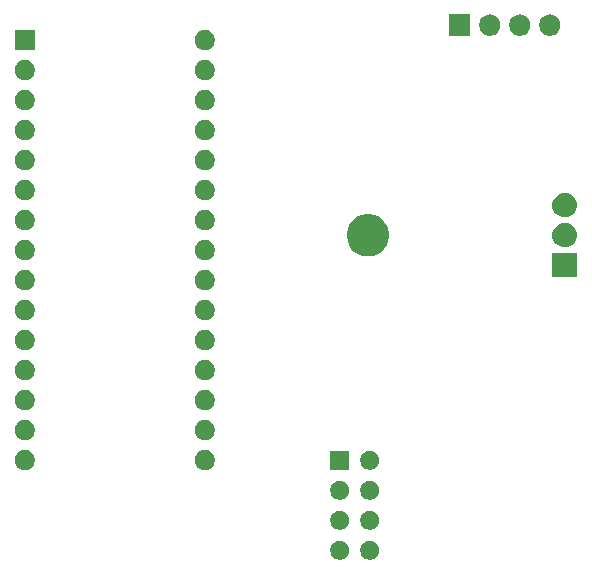
<source format=gbr>
G04 #@! TF.GenerationSoftware,KiCad,Pcbnew,(5.1.5)-3*
G04 #@! TF.CreationDate,2020-02-10T18:15:39+01:00*
G04 #@! TF.ProjectId,WeatherStation,57656174-6865-4725-9374-6174696f6e2e,rev?*
G04 #@! TF.SameCoordinates,Original*
G04 #@! TF.FileFunction,Soldermask,Top*
G04 #@! TF.FilePolarity,Negative*
%FSLAX46Y46*%
G04 Gerber Fmt 4.6, Leading zero omitted, Abs format (unit mm)*
G04 Created by KiCad (PCBNEW (5.1.5)-3) date 2020-02-10 18:15:39*
%MOMM*%
%LPD*%
G04 APERTURE LIST*
%ADD10C,0.100000*%
G04 APERTURE END LIST*
D10*
G36*
X179307142Y-109708242D02*
G01*
X179455101Y-109769529D01*
X179588255Y-109858499D01*
X179701501Y-109971745D01*
X179790471Y-110104899D01*
X179851758Y-110252858D01*
X179883000Y-110409925D01*
X179883000Y-110570075D01*
X179851758Y-110727142D01*
X179790471Y-110875101D01*
X179701501Y-111008255D01*
X179588255Y-111121501D01*
X179455101Y-111210471D01*
X179307142Y-111271758D01*
X179150075Y-111303000D01*
X178989925Y-111303000D01*
X178832858Y-111271758D01*
X178684899Y-111210471D01*
X178551745Y-111121501D01*
X178438499Y-111008255D01*
X178349529Y-110875101D01*
X178288242Y-110727142D01*
X178257000Y-110570075D01*
X178257000Y-110409925D01*
X178288242Y-110252858D01*
X178349529Y-110104899D01*
X178438499Y-109971745D01*
X178551745Y-109858499D01*
X178684899Y-109769529D01*
X178832858Y-109708242D01*
X178989925Y-109677000D01*
X179150075Y-109677000D01*
X179307142Y-109708242D01*
G37*
G36*
X176767142Y-109708242D02*
G01*
X176915101Y-109769529D01*
X177048255Y-109858499D01*
X177161501Y-109971745D01*
X177250471Y-110104899D01*
X177311758Y-110252858D01*
X177343000Y-110409925D01*
X177343000Y-110570075D01*
X177311758Y-110727142D01*
X177250471Y-110875101D01*
X177161501Y-111008255D01*
X177048255Y-111121501D01*
X176915101Y-111210471D01*
X176767142Y-111271758D01*
X176610075Y-111303000D01*
X176449925Y-111303000D01*
X176292858Y-111271758D01*
X176144899Y-111210471D01*
X176011745Y-111121501D01*
X175898499Y-111008255D01*
X175809529Y-110875101D01*
X175748242Y-110727142D01*
X175717000Y-110570075D01*
X175717000Y-110409925D01*
X175748242Y-110252858D01*
X175809529Y-110104899D01*
X175898499Y-109971745D01*
X176011745Y-109858499D01*
X176144899Y-109769529D01*
X176292858Y-109708242D01*
X176449925Y-109677000D01*
X176610075Y-109677000D01*
X176767142Y-109708242D01*
G37*
G36*
X176767142Y-107168242D02*
G01*
X176915101Y-107229529D01*
X177048255Y-107318499D01*
X177161501Y-107431745D01*
X177250471Y-107564899D01*
X177311758Y-107712858D01*
X177343000Y-107869925D01*
X177343000Y-108030075D01*
X177311758Y-108187142D01*
X177250471Y-108335101D01*
X177161501Y-108468255D01*
X177048255Y-108581501D01*
X176915101Y-108670471D01*
X176767142Y-108731758D01*
X176610075Y-108763000D01*
X176449925Y-108763000D01*
X176292858Y-108731758D01*
X176144899Y-108670471D01*
X176011745Y-108581501D01*
X175898499Y-108468255D01*
X175809529Y-108335101D01*
X175748242Y-108187142D01*
X175717000Y-108030075D01*
X175717000Y-107869925D01*
X175748242Y-107712858D01*
X175809529Y-107564899D01*
X175898499Y-107431745D01*
X176011745Y-107318499D01*
X176144899Y-107229529D01*
X176292858Y-107168242D01*
X176449925Y-107137000D01*
X176610075Y-107137000D01*
X176767142Y-107168242D01*
G37*
G36*
X179307142Y-107168242D02*
G01*
X179455101Y-107229529D01*
X179588255Y-107318499D01*
X179701501Y-107431745D01*
X179790471Y-107564899D01*
X179851758Y-107712858D01*
X179883000Y-107869925D01*
X179883000Y-108030075D01*
X179851758Y-108187142D01*
X179790471Y-108335101D01*
X179701501Y-108468255D01*
X179588255Y-108581501D01*
X179455101Y-108670471D01*
X179307142Y-108731758D01*
X179150075Y-108763000D01*
X178989925Y-108763000D01*
X178832858Y-108731758D01*
X178684899Y-108670471D01*
X178551745Y-108581501D01*
X178438499Y-108468255D01*
X178349529Y-108335101D01*
X178288242Y-108187142D01*
X178257000Y-108030075D01*
X178257000Y-107869925D01*
X178288242Y-107712858D01*
X178349529Y-107564899D01*
X178438499Y-107431745D01*
X178551745Y-107318499D01*
X178684899Y-107229529D01*
X178832858Y-107168242D01*
X178989925Y-107137000D01*
X179150075Y-107137000D01*
X179307142Y-107168242D01*
G37*
G36*
X179307142Y-104628242D02*
G01*
X179455101Y-104689529D01*
X179588255Y-104778499D01*
X179701501Y-104891745D01*
X179790471Y-105024899D01*
X179851758Y-105172858D01*
X179883000Y-105329925D01*
X179883000Y-105490075D01*
X179851758Y-105647142D01*
X179790471Y-105795101D01*
X179701501Y-105928255D01*
X179588255Y-106041501D01*
X179455101Y-106130471D01*
X179307142Y-106191758D01*
X179150075Y-106223000D01*
X178989925Y-106223000D01*
X178832858Y-106191758D01*
X178684899Y-106130471D01*
X178551745Y-106041501D01*
X178438499Y-105928255D01*
X178349529Y-105795101D01*
X178288242Y-105647142D01*
X178257000Y-105490075D01*
X178257000Y-105329925D01*
X178288242Y-105172858D01*
X178349529Y-105024899D01*
X178438499Y-104891745D01*
X178551745Y-104778499D01*
X178684899Y-104689529D01*
X178832858Y-104628242D01*
X178989925Y-104597000D01*
X179150075Y-104597000D01*
X179307142Y-104628242D01*
G37*
G36*
X176767142Y-104628242D02*
G01*
X176915101Y-104689529D01*
X177048255Y-104778499D01*
X177161501Y-104891745D01*
X177250471Y-105024899D01*
X177311758Y-105172858D01*
X177343000Y-105329925D01*
X177343000Y-105490075D01*
X177311758Y-105647142D01*
X177250471Y-105795101D01*
X177161501Y-105928255D01*
X177048255Y-106041501D01*
X176915101Y-106130471D01*
X176767142Y-106191758D01*
X176610075Y-106223000D01*
X176449925Y-106223000D01*
X176292858Y-106191758D01*
X176144899Y-106130471D01*
X176011745Y-106041501D01*
X175898499Y-105928255D01*
X175809529Y-105795101D01*
X175748242Y-105647142D01*
X175717000Y-105490075D01*
X175717000Y-105329925D01*
X175748242Y-105172858D01*
X175809529Y-105024899D01*
X175898499Y-104891745D01*
X176011745Y-104778499D01*
X176144899Y-104689529D01*
X176292858Y-104628242D01*
X176449925Y-104597000D01*
X176610075Y-104597000D01*
X176767142Y-104628242D01*
G37*
G36*
X165348228Y-102051703D02*
G01*
X165503100Y-102115853D01*
X165642481Y-102208985D01*
X165761015Y-102327519D01*
X165854147Y-102466900D01*
X165918297Y-102621772D01*
X165951000Y-102786184D01*
X165951000Y-102953816D01*
X165918297Y-103118228D01*
X165854147Y-103273100D01*
X165761015Y-103412481D01*
X165642481Y-103531015D01*
X165503100Y-103624147D01*
X165348228Y-103688297D01*
X165183816Y-103721000D01*
X165016184Y-103721000D01*
X164851772Y-103688297D01*
X164696900Y-103624147D01*
X164557519Y-103531015D01*
X164438985Y-103412481D01*
X164345853Y-103273100D01*
X164281703Y-103118228D01*
X164249000Y-102953816D01*
X164249000Y-102786184D01*
X164281703Y-102621772D01*
X164345853Y-102466900D01*
X164438985Y-102327519D01*
X164557519Y-102208985D01*
X164696900Y-102115853D01*
X164851772Y-102051703D01*
X165016184Y-102019000D01*
X165183816Y-102019000D01*
X165348228Y-102051703D01*
G37*
G36*
X150108228Y-102051703D02*
G01*
X150263100Y-102115853D01*
X150402481Y-102208985D01*
X150521015Y-102327519D01*
X150614147Y-102466900D01*
X150678297Y-102621772D01*
X150711000Y-102786184D01*
X150711000Y-102953816D01*
X150678297Y-103118228D01*
X150614147Y-103273100D01*
X150521015Y-103412481D01*
X150402481Y-103531015D01*
X150263100Y-103624147D01*
X150108228Y-103688297D01*
X149943816Y-103721000D01*
X149776184Y-103721000D01*
X149611772Y-103688297D01*
X149456900Y-103624147D01*
X149317519Y-103531015D01*
X149198985Y-103412481D01*
X149105853Y-103273100D01*
X149041703Y-103118228D01*
X149009000Y-102953816D01*
X149009000Y-102786184D01*
X149041703Y-102621772D01*
X149105853Y-102466900D01*
X149198985Y-102327519D01*
X149317519Y-102208985D01*
X149456900Y-102115853D01*
X149611772Y-102051703D01*
X149776184Y-102019000D01*
X149943816Y-102019000D01*
X150108228Y-102051703D01*
G37*
G36*
X177343000Y-103683000D02*
G01*
X175717000Y-103683000D01*
X175717000Y-102057000D01*
X177343000Y-102057000D01*
X177343000Y-103683000D01*
G37*
G36*
X179307142Y-102088242D02*
G01*
X179455101Y-102149529D01*
X179588255Y-102238499D01*
X179701501Y-102351745D01*
X179790471Y-102484899D01*
X179851758Y-102632858D01*
X179883000Y-102789925D01*
X179883000Y-102950075D01*
X179851758Y-103107142D01*
X179790471Y-103255101D01*
X179701501Y-103388255D01*
X179588255Y-103501501D01*
X179455101Y-103590471D01*
X179307142Y-103651758D01*
X179150075Y-103683000D01*
X178989925Y-103683000D01*
X178832858Y-103651758D01*
X178684899Y-103590471D01*
X178551745Y-103501501D01*
X178438499Y-103388255D01*
X178349529Y-103255101D01*
X178288242Y-103107142D01*
X178257000Y-102950075D01*
X178257000Y-102789925D01*
X178288242Y-102632858D01*
X178349529Y-102484899D01*
X178438499Y-102351745D01*
X178551745Y-102238499D01*
X178684899Y-102149529D01*
X178832858Y-102088242D01*
X178989925Y-102057000D01*
X179150075Y-102057000D01*
X179307142Y-102088242D01*
G37*
G36*
X150108228Y-99511703D02*
G01*
X150263100Y-99575853D01*
X150402481Y-99668985D01*
X150521015Y-99787519D01*
X150614147Y-99926900D01*
X150678297Y-100081772D01*
X150711000Y-100246184D01*
X150711000Y-100413816D01*
X150678297Y-100578228D01*
X150614147Y-100733100D01*
X150521015Y-100872481D01*
X150402481Y-100991015D01*
X150263100Y-101084147D01*
X150108228Y-101148297D01*
X149943816Y-101181000D01*
X149776184Y-101181000D01*
X149611772Y-101148297D01*
X149456900Y-101084147D01*
X149317519Y-100991015D01*
X149198985Y-100872481D01*
X149105853Y-100733100D01*
X149041703Y-100578228D01*
X149009000Y-100413816D01*
X149009000Y-100246184D01*
X149041703Y-100081772D01*
X149105853Y-99926900D01*
X149198985Y-99787519D01*
X149317519Y-99668985D01*
X149456900Y-99575853D01*
X149611772Y-99511703D01*
X149776184Y-99479000D01*
X149943816Y-99479000D01*
X150108228Y-99511703D01*
G37*
G36*
X165348228Y-99511703D02*
G01*
X165503100Y-99575853D01*
X165642481Y-99668985D01*
X165761015Y-99787519D01*
X165854147Y-99926900D01*
X165918297Y-100081772D01*
X165951000Y-100246184D01*
X165951000Y-100413816D01*
X165918297Y-100578228D01*
X165854147Y-100733100D01*
X165761015Y-100872481D01*
X165642481Y-100991015D01*
X165503100Y-101084147D01*
X165348228Y-101148297D01*
X165183816Y-101181000D01*
X165016184Y-101181000D01*
X164851772Y-101148297D01*
X164696900Y-101084147D01*
X164557519Y-100991015D01*
X164438985Y-100872481D01*
X164345853Y-100733100D01*
X164281703Y-100578228D01*
X164249000Y-100413816D01*
X164249000Y-100246184D01*
X164281703Y-100081772D01*
X164345853Y-99926900D01*
X164438985Y-99787519D01*
X164557519Y-99668985D01*
X164696900Y-99575853D01*
X164851772Y-99511703D01*
X165016184Y-99479000D01*
X165183816Y-99479000D01*
X165348228Y-99511703D01*
G37*
G36*
X150108228Y-96971703D02*
G01*
X150263100Y-97035853D01*
X150402481Y-97128985D01*
X150521015Y-97247519D01*
X150614147Y-97386900D01*
X150678297Y-97541772D01*
X150711000Y-97706184D01*
X150711000Y-97873816D01*
X150678297Y-98038228D01*
X150614147Y-98193100D01*
X150521015Y-98332481D01*
X150402481Y-98451015D01*
X150263100Y-98544147D01*
X150108228Y-98608297D01*
X149943816Y-98641000D01*
X149776184Y-98641000D01*
X149611772Y-98608297D01*
X149456900Y-98544147D01*
X149317519Y-98451015D01*
X149198985Y-98332481D01*
X149105853Y-98193100D01*
X149041703Y-98038228D01*
X149009000Y-97873816D01*
X149009000Y-97706184D01*
X149041703Y-97541772D01*
X149105853Y-97386900D01*
X149198985Y-97247519D01*
X149317519Y-97128985D01*
X149456900Y-97035853D01*
X149611772Y-96971703D01*
X149776184Y-96939000D01*
X149943816Y-96939000D01*
X150108228Y-96971703D01*
G37*
G36*
X165348228Y-96971703D02*
G01*
X165503100Y-97035853D01*
X165642481Y-97128985D01*
X165761015Y-97247519D01*
X165854147Y-97386900D01*
X165918297Y-97541772D01*
X165951000Y-97706184D01*
X165951000Y-97873816D01*
X165918297Y-98038228D01*
X165854147Y-98193100D01*
X165761015Y-98332481D01*
X165642481Y-98451015D01*
X165503100Y-98544147D01*
X165348228Y-98608297D01*
X165183816Y-98641000D01*
X165016184Y-98641000D01*
X164851772Y-98608297D01*
X164696900Y-98544147D01*
X164557519Y-98451015D01*
X164438985Y-98332481D01*
X164345853Y-98193100D01*
X164281703Y-98038228D01*
X164249000Y-97873816D01*
X164249000Y-97706184D01*
X164281703Y-97541772D01*
X164345853Y-97386900D01*
X164438985Y-97247519D01*
X164557519Y-97128985D01*
X164696900Y-97035853D01*
X164851772Y-96971703D01*
X165016184Y-96939000D01*
X165183816Y-96939000D01*
X165348228Y-96971703D01*
G37*
G36*
X150108228Y-94431703D02*
G01*
X150263100Y-94495853D01*
X150402481Y-94588985D01*
X150521015Y-94707519D01*
X150614147Y-94846900D01*
X150678297Y-95001772D01*
X150711000Y-95166184D01*
X150711000Y-95333816D01*
X150678297Y-95498228D01*
X150614147Y-95653100D01*
X150521015Y-95792481D01*
X150402481Y-95911015D01*
X150263100Y-96004147D01*
X150108228Y-96068297D01*
X149943816Y-96101000D01*
X149776184Y-96101000D01*
X149611772Y-96068297D01*
X149456900Y-96004147D01*
X149317519Y-95911015D01*
X149198985Y-95792481D01*
X149105853Y-95653100D01*
X149041703Y-95498228D01*
X149009000Y-95333816D01*
X149009000Y-95166184D01*
X149041703Y-95001772D01*
X149105853Y-94846900D01*
X149198985Y-94707519D01*
X149317519Y-94588985D01*
X149456900Y-94495853D01*
X149611772Y-94431703D01*
X149776184Y-94399000D01*
X149943816Y-94399000D01*
X150108228Y-94431703D01*
G37*
G36*
X165348228Y-94431703D02*
G01*
X165503100Y-94495853D01*
X165642481Y-94588985D01*
X165761015Y-94707519D01*
X165854147Y-94846900D01*
X165918297Y-95001772D01*
X165951000Y-95166184D01*
X165951000Y-95333816D01*
X165918297Y-95498228D01*
X165854147Y-95653100D01*
X165761015Y-95792481D01*
X165642481Y-95911015D01*
X165503100Y-96004147D01*
X165348228Y-96068297D01*
X165183816Y-96101000D01*
X165016184Y-96101000D01*
X164851772Y-96068297D01*
X164696900Y-96004147D01*
X164557519Y-95911015D01*
X164438985Y-95792481D01*
X164345853Y-95653100D01*
X164281703Y-95498228D01*
X164249000Y-95333816D01*
X164249000Y-95166184D01*
X164281703Y-95001772D01*
X164345853Y-94846900D01*
X164438985Y-94707519D01*
X164557519Y-94588985D01*
X164696900Y-94495853D01*
X164851772Y-94431703D01*
X165016184Y-94399000D01*
X165183816Y-94399000D01*
X165348228Y-94431703D01*
G37*
G36*
X165348228Y-91891703D02*
G01*
X165503100Y-91955853D01*
X165642481Y-92048985D01*
X165761015Y-92167519D01*
X165854147Y-92306900D01*
X165918297Y-92461772D01*
X165951000Y-92626184D01*
X165951000Y-92793816D01*
X165918297Y-92958228D01*
X165854147Y-93113100D01*
X165761015Y-93252481D01*
X165642481Y-93371015D01*
X165503100Y-93464147D01*
X165348228Y-93528297D01*
X165183816Y-93561000D01*
X165016184Y-93561000D01*
X164851772Y-93528297D01*
X164696900Y-93464147D01*
X164557519Y-93371015D01*
X164438985Y-93252481D01*
X164345853Y-93113100D01*
X164281703Y-92958228D01*
X164249000Y-92793816D01*
X164249000Y-92626184D01*
X164281703Y-92461772D01*
X164345853Y-92306900D01*
X164438985Y-92167519D01*
X164557519Y-92048985D01*
X164696900Y-91955853D01*
X164851772Y-91891703D01*
X165016184Y-91859000D01*
X165183816Y-91859000D01*
X165348228Y-91891703D01*
G37*
G36*
X150108228Y-91891703D02*
G01*
X150263100Y-91955853D01*
X150402481Y-92048985D01*
X150521015Y-92167519D01*
X150614147Y-92306900D01*
X150678297Y-92461772D01*
X150711000Y-92626184D01*
X150711000Y-92793816D01*
X150678297Y-92958228D01*
X150614147Y-93113100D01*
X150521015Y-93252481D01*
X150402481Y-93371015D01*
X150263100Y-93464147D01*
X150108228Y-93528297D01*
X149943816Y-93561000D01*
X149776184Y-93561000D01*
X149611772Y-93528297D01*
X149456900Y-93464147D01*
X149317519Y-93371015D01*
X149198985Y-93252481D01*
X149105853Y-93113100D01*
X149041703Y-92958228D01*
X149009000Y-92793816D01*
X149009000Y-92626184D01*
X149041703Y-92461772D01*
X149105853Y-92306900D01*
X149198985Y-92167519D01*
X149317519Y-92048985D01*
X149456900Y-91955853D01*
X149611772Y-91891703D01*
X149776184Y-91859000D01*
X149943816Y-91859000D01*
X150108228Y-91891703D01*
G37*
G36*
X165348228Y-89351703D02*
G01*
X165503100Y-89415853D01*
X165642481Y-89508985D01*
X165761015Y-89627519D01*
X165854147Y-89766900D01*
X165918297Y-89921772D01*
X165951000Y-90086184D01*
X165951000Y-90253816D01*
X165918297Y-90418228D01*
X165854147Y-90573100D01*
X165761015Y-90712481D01*
X165642481Y-90831015D01*
X165503100Y-90924147D01*
X165348228Y-90988297D01*
X165183816Y-91021000D01*
X165016184Y-91021000D01*
X164851772Y-90988297D01*
X164696900Y-90924147D01*
X164557519Y-90831015D01*
X164438985Y-90712481D01*
X164345853Y-90573100D01*
X164281703Y-90418228D01*
X164249000Y-90253816D01*
X164249000Y-90086184D01*
X164281703Y-89921772D01*
X164345853Y-89766900D01*
X164438985Y-89627519D01*
X164557519Y-89508985D01*
X164696900Y-89415853D01*
X164851772Y-89351703D01*
X165016184Y-89319000D01*
X165183816Y-89319000D01*
X165348228Y-89351703D01*
G37*
G36*
X150108228Y-89351703D02*
G01*
X150263100Y-89415853D01*
X150402481Y-89508985D01*
X150521015Y-89627519D01*
X150614147Y-89766900D01*
X150678297Y-89921772D01*
X150711000Y-90086184D01*
X150711000Y-90253816D01*
X150678297Y-90418228D01*
X150614147Y-90573100D01*
X150521015Y-90712481D01*
X150402481Y-90831015D01*
X150263100Y-90924147D01*
X150108228Y-90988297D01*
X149943816Y-91021000D01*
X149776184Y-91021000D01*
X149611772Y-90988297D01*
X149456900Y-90924147D01*
X149317519Y-90831015D01*
X149198985Y-90712481D01*
X149105853Y-90573100D01*
X149041703Y-90418228D01*
X149009000Y-90253816D01*
X149009000Y-90086184D01*
X149041703Y-89921772D01*
X149105853Y-89766900D01*
X149198985Y-89627519D01*
X149317519Y-89508985D01*
X149456900Y-89415853D01*
X149611772Y-89351703D01*
X149776184Y-89319000D01*
X149943816Y-89319000D01*
X150108228Y-89351703D01*
G37*
G36*
X150108228Y-86811703D02*
G01*
X150263100Y-86875853D01*
X150402481Y-86968985D01*
X150521015Y-87087519D01*
X150614147Y-87226900D01*
X150678297Y-87381772D01*
X150711000Y-87546184D01*
X150711000Y-87713816D01*
X150678297Y-87878228D01*
X150614147Y-88033100D01*
X150521015Y-88172481D01*
X150402481Y-88291015D01*
X150263100Y-88384147D01*
X150108228Y-88448297D01*
X149943816Y-88481000D01*
X149776184Y-88481000D01*
X149611772Y-88448297D01*
X149456900Y-88384147D01*
X149317519Y-88291015D01*
X149198985Y-88172481D01*
X149105853Y-88033100D01*
X149041703Y-87878228D01*
X149009000Y-87713816D01*
X149009000Y-87546184D01*
X149041703Y-87381772D01*
X149105853Y-87226900D01*
X149198985Y-87087519D01*
X149317519Y-86968985D01*
X149456900Y-86875853D01*
X149611772Y-86811703D01*
X149776184Y-86779000D01*
X149943816Y-86779000D01*
X150108228Y-86811703D01*
G37*
G36*
X165348228Y-86811703D02*
G01*
X165503100Y-86875853D01*
X165642481Y-86968985D01*
X165761015Y-87087519D01*
X165854147Y-87226900D01*
X165918297Y-87381772D01*
X165951000Y-87546184D01*
X165951000Y-87713816D01*
X165918297Y-87878228D01*
X165854147Y-88033100D01*
X165761015Y-88172481D01*
X165642481Y-88291015D01*
X165503100Y-88384147D01*
X165348228Y-88448297D01*
X165183816Y-88481000D01*
X165016184Y-88481000D01*
X164851772Y-88448297D01*
X164696900Y-88384147D01*
X164557519Y-88291015D01*
X164438985Y-88172481D01*
X164345853Y-88033100D01*
X164281703Y-87878228D01*
X164249000Y-87713816D01*
X164249000Y-87546184D01*
X164281703Y-87381772D01*
X164345853Y-87226900D01*
X164438985Y-87087519D01*
X164557519Y-86968985D01*
X164696900Y-86875853D01*
X164851772Y-86811703D01*
X165016184Y-86779000D01*
X165183816Y-86779000D01*
X165348228Y-86811703D01*
G37*
G36*
X196631000Y-87363500D02*
G01*
X194529000Y-87363500D01*
X194529000Y-85356500D01*
X196631000Y-85356500D01*
X196631000Y-87363500D01*
G37*
G36*
X165348228Y-84271703D02*
G01*
X165503100Y-84335853D01*
X165642481Y-84428985D01*
X165761015Y-84547519D01*
X165854147Y-84686900D01*
X165918297Y-84841772D01*
X165951000Y-85006184D01*
X165951000Y-85173816D01*
X165918297Y-85338228D01*
X165854147Y-85493100D01*
X165761015Y-85632481D01*
X165642481Y-85751015D01*
X165503100Y-85844147D01*
X165348228Y-85908297D01*
X165183816Y-85941000D01*
X165016184Y-85941000D01*
X164851772Y-85908297D01*
X164696900Y-85844147D01*
X164557519Y-85751015D01*
X164438985Y-85632481D01*
X164345853Y-85493100D01*
X164281703Y-85338228D01*
X164249000Y-85173816D01*
X164249000Y-85006184D01*
X164281703Y-84841772D01*
X164345853Y-84686900D01*
X164438985Y-84547519D01*
X164557519Y-84428985D01*
X164696900Y-84335853D01*
X164851772Y-84271703D01*
X165016184Y-84239000D01*
X165183816Y-84239000D01*
X165348228Y-84271703D01*
G37*
G36*
X150108228Y-84271703D02*
G01*
X150263100Y-84335853D01*
X150402481Y-84428985D01*
X150521015Y-84547519D01*
X150614147Y-84686900D01*
X150678297Y-84841772D01*
X150711000Y-85006184D01*
X150711000Y-85173816D01*
X150678297Y-85338228D01*
X150614147Y-85493100D01*
X150521015Y-85632481D01*
X150402481Y-85751015D01*
X150263100Y-85844147D01*
X150108228Y-85908297D01*
X149943816Y-85941000D01*
X149776184Y-85941000D01*
X149611772Y-85908297D01*
X149456900Y-85844147D01*
X149317519Y-85751015D01*
X149198985Y-85632481D01*
X149105853Y-85493100D01*
X149041703Y-85338228D01*
X149009000Y-85173816D01*
X149009000Y-85006184D01*
X149041703Y-84841772D01*
X149105853Y-84686900D01*
X149198985Y-84547519D01*
X149317519Y-84428985D01*
X149456900Y-84335853D01*
X149611772Y-84271703D01*
X149776184Y-84239000D01*
X149943816Y-84239000D01*
X150108228Y-84271703D01*
G37*
G36*
X179445331Y-82088211D02*
G01*
X179773092Y-82223974D01*
X180068070Y-82421072D01*
X180318928Y-82671930D01*
X180516026Y-82966908D01*
X180651789Y-83294669D01*
X180721000Y-83642616D01*
X180721000Y-83997384D01*
X180651789Y-84345331D01*
X180516026Y-84673092D01*
X180318928Y-84968070D01*
X180068070Y-85218928D01*
X179773092Y-85416026D01*
X179445331Y-85551789D01*
X179097384Y-85621000D01*
X178742616Y-85621000D01*
X178394669Y-85551789D01*
X178066908Y-85416026D01*
X177771930Y-85218928D01*
X177521072Y-84968070D01*
X177323974Y-84673092D01*
X177188211Y-84345331D01*
X177119000Y-83997384D01*
X177119000Y-83642616D01*
X177188211Y-83294669D01*
X177323974Y-82966908D01*
X177521072Y-82671930D01*
X177771930Y-82421072D01*
X178066908Y-82223974D01*
X178394669Y-82088211D01*
X178742616Y-82019000D01*
X179097384Y-82019000D01*
X179445331Y-82088211D01*
G37*
G36*
X195725936Y-82821340D02*
G01*
X195824220Y-82831020D01*
X196013381Y-82888401D01*
X196187712Y-82981583D01*
X196340515Y-83106985D01*
X196465917Y-83259788D01*
X196559099Y-83434119D01*
X196616480Y-83623280D01*
X196635855Y-83820000D01*
X196616480Y-84016720D01*
X196559099Y-84205881D01*
X196465917Y-84380212D01*
X196340515Y-84533015D01*
X196187712Y-84658417D01*
X196013381Y-84751599D01*
X195824220Y-84808980D01*
X195725936Y-84818660D01*
X195676795Y-84823500D01*
X195483205Y-84823500D01*
X195434064Y-84818660D01*
X195335780Y-84808980D01*
X195146619Y-84751599D01*
X194972288Y-84658417D01*
X194819485Y-84533015D01*
X194694083Y-84380212D01*
X194600901Y-84205881D01*
X194543520Y-84016720D01*
X194524145Y-83820000D01*
X194543520Y-83623280D01*
X194600901Y-83434119D01*
X194694083Y-83259788D01*
X194819485Y-83106985D01*
X194972288Y-82981583D01*
X195146619Y-82888401D01*
X195335780Y-82831020D01*
X195434064Y-82821340D01*
X195483205Y-82816500D01*
X195676795Y-82816500D01*
X195725936Y-82821340D01*
G37*
G36*
X165348228Y-81731703D02*
G01*
X165503100Y-81795853D01*
X165642481Y-81888985D01*
X165761015Y-82007519D01*
X165854147Y-82146900D01*
X165918297Y-82301772D01*
X165951000Y-82466184D01*
X165951000Y-82633816D01*
X165918297Y-82798228D01*
X165854147Y-82953100D01*
X165761015Y-83092481D01*
X165642481Y-83211015D01*
X165503100Y-83304147D01*
X165348228Y-83368297D01*
X165183816Y-83401000D01*
X165016184Y-83401000D01*
X164851772Y-83368297D01*
X164696900Y-83304147D01*
X164557519Y-83211015D01*
X164438985Y-83092481D01*
X164345853Y-82953100D01*
X164281703Y-82798228D01*
X164249000Y-82633816D01*
X164249000Y-82466184D01*
X164281703Y-82301772D01*
X164345853Y-82146900D01*
X164438985Y-82007519D01*
X164557519Y-81888985D01*
X164696900Y-81795853D01*
X164851772Y-81731703D01*
X165016184Y-81699000D01*
X165183816Y-81699000D01*
X165348228Y-81731703D01*
G37*
G36*
X150108228Y-81731703D02*
G01*
X150263100Y-81795853D01*
X150402481Y-81888985D01*
X150521015Y-82007519D01*
X150614147Y-82146900D01*
X150678297Y-82301772D01*
X150711000Y-82466184D01*
X150711000Y-82633816D01*
X150678297Y-82798228D01*
X150614147Y-82953100D01*
X150521015Y-83092481D01*
X150402481Y-83211015D01*
X150263100Y-83304147D01*
X150108228Y-83368297D01*
X149943816Y-83401000D01*
X149776184Y-83401000D01*
X149611772Y-83368297D01*
X149456900Y-83304147D01*
X149317519Y-83211015D01*
X149198985Y-83092481D01*
X149105853Y-82953100D01*
X149041703Y-82798228D01*
X149009000Y-82633816D01*
X149009000Y-82466184D01*
X149041703Y-82301772D01*
X149105853Y-82146900D01*
X149198985Y-82007519D01*
X149317519Y-81888985D01*
X149456900Y-81795853D01*
X149611772Y-81731703D01*
X149776184Y-81699000D01*
X149943816Y-81699000D01*
X150108228Y-81731703D01*
G37*
G36*
X195725936Y-80281340D02*
G01*
X195824220Y-80291020D01*
X196013381Y-80348401D01*
X196187712Y-80441583D01*
X196340515Y-80566985D01*
X196465917Y-80719788D01*
X196559099Y-80894119D01*
X196616480Y-81083280D01*
X196635855Y-81280000D01*
X196616480Y-81476720D01*
X196559099Y-81665881D01*
X196465917Y-81840212D01*
X196340515Y-81993015D01*
X196187712Y-82118417D01*
X196013381Y-82211599D01*
X195824220Y-82268980D01*
X195725936Y-82278660D01*
X195676795Y-82283500D01*
X195483205Y-82283500D01*
X195434064Y-82278660D01*
X195335780Y-82268980D01*
X195146619Y-82211599D01*
X194972288Y-82118417D01*
X194819485Y-81993015D01*
X194694083Y-81840212D01*
X194600901Y-81665881D01*
X194543520Y-81476720D01*
X194524145Y-81280000D01*
X194543520Y-81083280D01*
X194600901Y-80894119D01*
X194694083Y-80719788D01*
X194819485Y-80566985D01*
X194972288Y-80441583D01*
X195146619Y-80348401D01*
X195335780Y-80291020D01*
X195434064Y-80281340D01*
X195483205Y-80276500D01*
X195676795Y-80276500D01*
X195725936Y-80281340D01*
G37*
G36*
X165348228Y-79191703D02*
G01*
X165503100Y-79255853D01*
X165642481Y-79348985D01*
X165761015Y-79467519D01*
X165854147Y-79606900D01*
X165918297Y-79761772D01*
X165951000Y-79926184D01*
X165951000Y-80093816D01*
X165918297Y-80258228D01*
X165854147Y-80413100D01*
X165761015Y-80552481D01*
X165642481Y-80671015D01*
X165503100Y-80764147D01*
X165348228Y-80828297D01*
X165183816Y-80861000D01*
X165016184Y-80861000D01*
X164851772Y-80828297D01*
X164696900Y-80764147D01*
X164557519Y-80671015D01*
X164438985Y-80552481D01*
X164345853Y-80413100D01*
X164281703Y-80258228D01*
X164249000Y-80093816D01*
X164249000Y-79926184D01*
X164281703Y-79761772D01*
X164345853Y-79606900D01*
X164438985Y-79467519D01*
X164557519Y-79348985D01*
X164696900Y-79255853D01*
X164851772Y-79191703D01*
X165016184Y-79159000D01*
X165183816Y-79159000D01*
X165348228Y-79191703D01*
G37*
G36*
X150108228Y-79191703D02*
G01*
X150263100Y-79255853D01*
X150402481Y-79348985D01*
X150521015Y-79467519D01*
X150614147Y-79606900D01*
X150678297Y-79761772D01*
X150711000Y-79926184D01*
X150711000Y-80093816D01*
X150678297Y-80258228D01*
X150614147Y-80413100D01*
X150521015Y-80552481D01*
X150402481Y-80671015D01*
X150263100Y-80764147D01*
X150108228Y-80828297D01*
X149943816Y-80861000D01*
X149776184Y-80861000D01*
X149611772Y-80828297D01*
X149456900Y-80764147D01*
X149317519Y-80671015D01*
X149198985Y-80552481D01*
X149105853Y-80413100D01*
X149041703Y-80258228D01*
X149009000Y-80093816D01*
X149009000Y-79926184D01*
X149041703Y-79761772D01*
X149105853Y-79606900D01*
X149198985Y-79467519D01*
X149317519Y-79348985D01*
X149456900Y-79255853D01*
X149611772Y-79191703D01*
X149776184Y-79159000D01*
X149943816Y-79159000D01*
X150108228Y-79191703D01*
G37*
G36*
X165348228Y-76651703D02*
G01*
X165503100Y-76715853D01*
X165642481Y-76808985D01*
X165761015Y-76927519D01*
X165854147Y-77066900D01*
X165918297Y-77221772D01*
X165951000Y-77386184D01*
X165951000Y-77553816D01*
X165918297Y-77718228D01*
X165854147Y-77873100D01*
X165761015Y-78012481D01*
X165642481Y-78131015D01*
X165503100Y-78224147D01*
X165348228Y-78288297D01*
X165183816Y-78321000D01*
X165016184Y-78321000D01*
X164851772Y-78288297D01*
X164696900Y-78224147D01*
X164557519Y-78131015D01*
X164438985Y-78012481D01*
X164345853Y-77873100D01*
X164281703Y-77718228D01*
X164249000Y-77553816D01*
X164249000Y-77386184D01*
X164281703Y-77221772D01*
X164345853Y-77066900D01*
X164438985Y-76927519D01*
X164557519Y-76808985D01*
X164696900Y-76715853D01*
X164851772Y-76651703D01*
X165016184Y-76619000D01*
X165183816Y-76619000D01*
X165348228Y-76651703D01*
G37*
G36*
X150108228Y-76651703D02*
G01*
X150263100Y-76715853D01*
X150402481Y-76808985D01*
X150521015Y-76927519D01*
X150614147Y-77066900D01*
X150678297Y-77221772D01*
X150711000Y-77386184D01*
X150711000Y-77553816D01*
X150678297Y-77718228D01*
X150614147Y-77873100D01*
X150521015Y-78012481D01*
X150402481Y-78131015D01*
X150263100Y-78224147D01*
X150108228Y-78288297D01*
X149943816Y-78321000D01*
X149776184Y-78321000D01*
X149611772Y-78288297D01*
X149456900Y-78224147D01*
X149317519Y-78131015D01*
X149198985Y-78012481D01*
X149105853Y-77873100D01*
X149041703Y-77718228D01*
X149009000Y-77553816D01*
X149009000Y-77386184D01*
X149041703Y-77221772D01*
X149105853Y-77066900D01*
X149198985Y-76927519D01*
X149317519Y-76808985D01*
X149456900Y-76715853D01*
X149611772Y-76651703D01*
X149776184Y-76619000D01*
X149943816Y-76619000D01*
X150108228Y-76651703D01*
G37*
G36*
X150108228Y-74111703D02*
G01*
X150263100Y-74175853D01*
X150402481Y-74268985D01*
X150521015Y-74387519D01*
X150614147Y-74526900D01*
X150678297Y-74681772D01*
X150711000Y-74846184D01*
X150711000Y-75013816D01*
X150678297Y-75178228D01*
X150614147Y-75333100D01*
X150521015Y-75472481D01*
X150402481Y-75591015D01*
X150263100Y-75684147D01*
X150108228Y-75748297D01*
X149943816Y-75781000D01*
X149776184Y-75781000D01*
X149611772Y-75748297D01*
X149456900Y-75684147D01*
X149317519Y-75591015D01*
X149198985Y-75472481D01*
X149105853Y-75333100D01*
X149041703Y-75178228D01*
X149009000Y-75013816D01*
X149009000Y-74846184D01*
X149041703Y-74681772D01*
X149105853Y-74526900D01*
X149198985Y-74387519D01*
X149317519Y-74268985D01*
X149456900Y-74175853D01*
X149611772Y-74111703D01*
X149776184Y-74079000D01*
X149943816Y-74079000D01*
X150108228Y-74111703D01*
G37*
G36*
X165348228Y-74111703D02*
G01*
X165503100Y-74175853D01*
X165642481Y-74268985D01*
X165761015Y-74387519D01*
X165854147Y-74526900D01*
X165918297Y-74681772D01*
X165951000Y-74846184D01*
X165951000Y-75013816D01*
X165918297Y-75178228D01*
X165854147Y-75333100D01*
X165761015Y-75472481D01*
X165642481Y-75591015D01*
X165503100Y-75684147D01*
X165348228Y-75748297D01*
X165183816Y-75781000D01*
X165016184Y-75781000D01*
X164851772Y-75748297D01*
X164696900Y-75684147D01*
X164557519Y-75591015D01*
X164438985Y-75472481D01*
X164345853Y-75333100D01*
X164281703Y-75178228D01*
X164249000Y-75013816D01*
X164249000Y-74846184D01*
X164281703Y-74681772D01*
X164345853Y-74526900D01*
X164438985Y-74387519D01*
X164557519Y-74268985D01*
X164696900Y-74175853D01*
X164851772Y-74111703D01*
X165016184Y-74079000D01*
X165183816Y-74079000D01*
X165348228Y-74111703D01*
G37*
G36*
X165348228Y-71571703D02*
G01*
X165503100Y-71635853D01*
X165642481Y-71728985D01*
X165761015Y-71847519D01*
X165854147Y-71986900D01*
X165918297Y-72141772D01*
X165951000Y-72306184D01*
X165951000Y-72473816D01*
X165918297Y-72638228D01*
X165854147Y-72793100D01*
X165761015Y-72932481D01*
X165642481Y-73051015D01*
X165503100Y-73144147D01*
X165348228Y-73208297D01*
X165183816Y-73241000D01*
X165016184Y-73241000D01*
X164851772Y-73208297D01*
X164696900Y-73144147D01*
X164557519Y-73051015D01*
X164438985Y-72932481D01*
X164345853Y-72793100D01*
X164281703Y-72638228D01*
X164249000Y-72473816D01*
X164249000Y-72306184D01*
X164281703Y-72141772D01*
X164345853Y-71986900D01*
X164438985Y-71847519D01*
X164557519Y-71728985D01*
X164696900Y-71635853D01*
X164851772Y-71571703D01*
X165016184Y-71539000D01*
X165183816Y-71539000D01*
X165348228Y-71571703D01*
G37*
G36*
X150108228Y-71571703D02*
G01*
X150263100Y-71635853D01*
X150402481Y-71728985D01*
X150521015Y-71847519D01*
X150614147Y-71986900D01*
X150678297Y-72141772D01*
X150711000Y-72306184D01*
X150711000Y-72473816D01*
X150678297Y-72638228D01*
X150614147Y-72793100D01*
X150521015Y-72932481D01*
X150402481Y-73051015D01*
X150263100Y-73144147D01*
X150108228Y-73208297D01*
X149943816Y-73241000D01*
X149776184Y-73241000D01*
X149611772Y-73208297D01*
X149456900Y-73144147D01*
X149317519Y-73051015D01*
X149198985Y-72932481D01*
X149105853Y-72793100D01*
X149041703Y-72638228D01*
X149009000Y-72473816D01*
X149009000Y-72306184D01*
X149041703Y-72141772D01*
X149105853Y-71986900D01*
X149198985Y-71847519D01*
X149317519Y-71728985D01*
X149456900Y-71635853D01*
X149611772Y-71571703D01*
X149776184Y-71539000D01*
X149943816Y-71539000D01*
X150108228Y-71571703D01*
G37*
G36*
X150108228Y-69031703D02*
G01*
X150263100Y-69095853D01*
X150402481Y-69188985D01*
X150521015Y-69307519D01*
X150614147Y-69446900D01*
X150678297Y-69601772D01*
X150711000Y-69766184D01*
X150711000Y-69933816D01*
X150678297Y-70098228D01*
X150614147Y-70253100D01*
X150521015Y-70392481D01*
X150402481Y-70511015D01*
X150263100Y-70604147D01*
X150108228Y-70668297D01*
X149943816Y-70701000D01*
X149776184Y-70701000D01*
X149611772Y-70668297D01*
X149456900Y-70604147D01*
X149317519Y-70511015D01*
X149198985Y-70392481D01*
X149105853Y-70253100D01*
X149041703Y-70098228D01*
X149009000Y-69933816D01*
X149009000Y-69766184D01*
X149041703Y-69601772D01*
X149105853Y-69446900D01*
X149198985Y-69307519D01*
X149317519Y-69188985D01*
X149456900Y-69095853D01*
X149611772Y-69031703D01*
X149776184Y-68999000D01*
X149943816Y-68999000D01*
X150108228Y-69031703D01*
G37*
G36*
X165348228Y-69031703D02*
G01*
X165503100Y-69095853D01*
X165642481Y-69188985D01*
X165761015Y-69307519D01*
X165854147Y-69446900D01*
X165918297Y-69601772D01*
X165951000Y-69766184D01*
X165951000Y-69933816D01*
X165918297Y-70098228D01*
X165854147Y-70253100D01*
X165761015Y-70392481D01*
X165642481Y-70511015D01*
X165503100Y-70604147D01*
X165348228Y-70668297D01*
X165183816Y-70701000D01*
X165016184Y-70701000D01*
X164851772Y-70668297D01*
X164696900Y-70604147D01*
X164557519Y-70511015D01*
X164438985Y-70392481D01*
X164345853Y-70253100D01*
X164281703Y-70098228D01*
X164249000Y-69933816D01*
X164249000Y-69766184D01*
X164281703Y-69601772D01*
X164345853Y-69446900D01*
X164438985Y-69307519D01*
X164557519Y-69188985D01*
X164696900Y-69095853D01*
X164851772Y-69031703D01*
X165016184Y-68999000D01*
X165183816Y-68999000D01*
X165348228Y-69031703D01*
G37*
G36*
X165348228Y-66491703D02*
G01*
X165503100Y-66555853D01*
X165642481Y-66648985D01*
X165761015Y-66767519D01*
X165854147Y-66906900D01*
X165918297Y-67061772D01*
X165951000Y-67226184D01*
X165951000Y-67393816D01*
X165918297Y-67558228D01*
X165854147Y-67713100D01*
X165761015Y-67852481D01*
X165642481Y-67971015D01*
X165503100Y-68064147D01*
X165348228Y-68128297D01*
X165183816Y-68161000D01*
X165016184Y-68161000D01*
X164851772Y-68128297D01*
X164696900Y-68064147D01*
X164557519Y-67971015D01*
X164438985Y-67852481D01*
X164345853Y-67713100D01*
X164281703Y-67558228D01*
X164249000Y-67393816D01*
X164249000Y-67226184D01*
X164281703Y-67061772D01*
X164345853Y-66906900D01*
X164438985Y-66767519D01*
X164557519Y-66648985D01*
X164696900Y-66555853D01*
X164851772Y-66491703D01*
X165016184Y-66459000D01*
X165183816Y-66459000D01*
X165348228Y-66491703D01*
G37*
G36*
X150711000Y-68161000D02*
G01*
X149009000Y-68161000D01*
X149009000Y-66459000D01*
X150711000Y-66459000D01*
X150711000Y-68161000D01*
G37*
G36*
X194423512Y-65143927D02*
G01*
X194572812Y-65173624D01*
X194736784Y-65241544D01*
X194884354Y-65340147D01*
X195009853Y-65465646D01*
X195108456Y-65613216D01*
X195176376Y-65777188D01*
X195211000Y-65951259D01*
X195211000Y-66128741D01*
X195176376Y-66302812D01*
X195108456Y-66466784D01*
X195009853Y-66614354D01*
X194884354Y-66739853D01*
X194736784Y-66838456D01*
X194572812Y-66906376D01*
X194423512Y-66936073D01*
X194398742Y-66941000D01*
X194221258Y-66941000D01*
X194196488Y-66936073D01*
X194047188Y-66906376D01*
X193883216Y-66838456D01*
X193735646Y-66739853D01*
X193610147Y-66614354D01*
X193511544Y-66466784D01*
X193443624Y-66302812D01*
X193409000Y-66128741D01*
X193409000Y-65951259D01*
X193443624Y-65777188D01*
X193511544Y-65613216D01*
X193610147Y-65465646D01*
X193735646Y-65340147D01*
X193883216Y-65241544D01*
X194047188Y-65173624D01*
X194196488Y-65143927D01*
X194221258Y-65139000D01*
X194398742Y-65139000D01*
X194423512Y-65143927D01*
G37*
G36*
X191883512Y-65143927D02*
G01*
X192032812Y-65173624D01*
X192196784Y-65241544D01*
X192344354Y-65340147D01*
X192469853Y-65465646D01*
X192568456Y-65613216D01*
X192636376Y-65777188D01*
X192671000Y-65951259D01*
X192671000Y-66128741D01*
X192636376Y-66302812D01*
X192568456Y-66466784D01*
X192469853Y-66614354D01*
X192344354Y-66739853D01*
X192196784Y-66838456D01*
X192032812Y-66906376D01*
X191883512Y-66936073D01*
X191858742Y-66941000D01*
X191681258Y-66941000D01*
X191656488Y-66936073D01*
X191507188Y-66906376D01*
X191343216Y-66838456D01*
X191195646Y-66739853D01*
X191070147Y-66614354D01*
X190971544Y-66466784D01*
X190903624Y-66302812D01*
X190869000Y-66128741D01*
X190869000Y-65951259D01*
X190903624Y-65777188D01*
X190971544Y-65613216D01*
X191070147Y-65465646D01*
X191195646Y-65340147D01*
X191343216Y-65241544D01*
X191507188Y-65173624D01*
X191656488Y-65143927D01*
X191681258Y-65139000D01*
X191858742Y-65139000D01*
X191883512Y-65143927D01*
G37*
G36*
X187591000Y-66941000D02*
G01*
X185789000Y-66941000D01*
X185789000Y-65139000D01*
X187591000Y-65139000D01*
X187591000Y-66941000D01*
G37*
G36*
X189343512Y-65143927D02*
G01*
X189492812Y-65173624D01*
X189656784Y-65241544D01*
X189804354Y-65340147D01*
X189929853Y-65465646D01*
X190028456Y-65613216D01*
X190096376Y-65777188D01*
X190131000Y-65951259D01*
X190131000Y-66128741D01*
X190096376Y-66302812D01*
X190028456Y-66466784D01*
X189929853Y-66614354D01*
X189804354Y-66739853D01*
X189656784Y-66838456D01*
X189492812Y-66906376D01*
X189343512Y-66936073D01*
X189318742Y-66941000D01*
X189141258Y-66941000D01*
X189116488Y-66936073D01*
X188967188Y-66906376D01*
X188803216Y-66838456D01*
X188655646Y-66739853D01*
X188530147Y-66614354D01*
X188431544Y-66466784D01*
X188363624Y-66302812D01*
X188329000Y-66128741D01*
X188329000Y-65951259D01*
X188363624Y-65777188D01*
X188431544Y-65613216D01*
X188530147Y-65465646D01*
X188655646Y-65340147D01*
X188803216Y-65241544D01*
X188967188Y-65173624D01*
X189116488Y-65143927D01*
X189141258Y-65139000D01*
X189318742Y-65139000D01*
X189343512Y-65143927D01*
G37*
M02*

</source>
